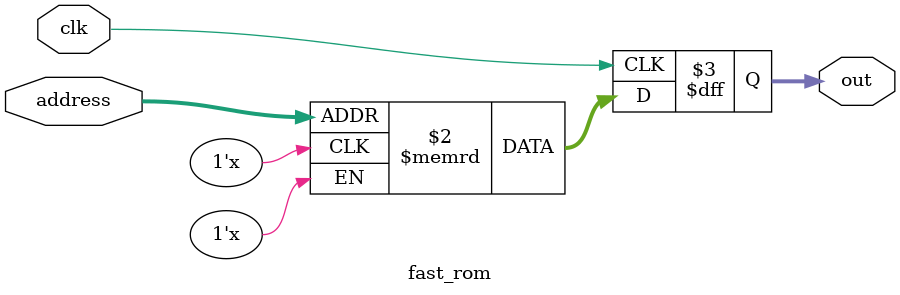
<source format=v>
`ifndef FAST_ROM
`define FAST_ROM

module fast_rom (out, address, clk);
    output reg [15:0] out;
    input [15:0] address;
    input clk;

    reg [15:0] mem[0:32767];

    `ifdef PROGRAM_FROM_FILE
        initial begin
            $display("Loading ROM from hex file.");
            $readmemh("rom.mem", mem);
        end
    `endif

    always @(posedge clk) begin
        out = mem[address];
    end
endmodule

`endif

</source>
